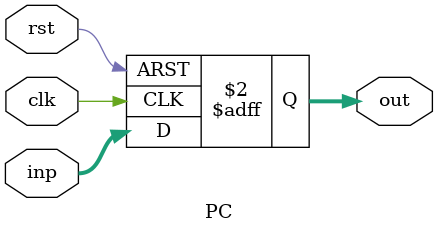
<source format=v>
`timescale 1ns / 1ps
module PC(
    input [31:0] inp,
	 input clk,
	 input rst,
	 output reg [31:0] out
    );
	 
	 always @(posedge clk or posedge rst) begin
	    if (rst)
		     out <= -32'd4;
		 else out <= inp;
	 end

endmodule

</source>
